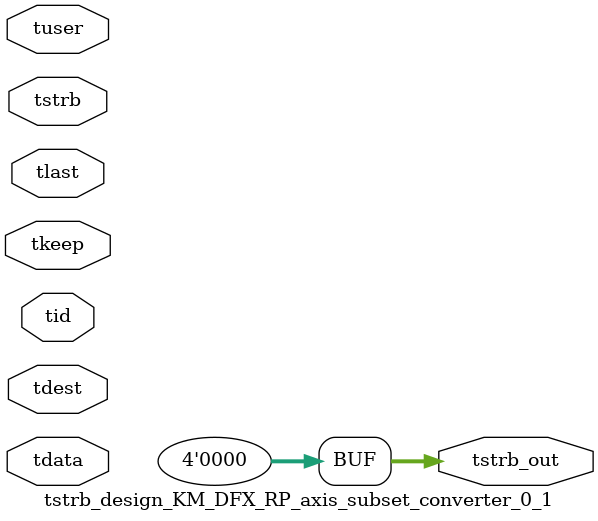
<source format=v>


`timescale 1ps/1ps

module tstrb_design_KM_DFX_RP_axis_subset_converter_0_1 #
(
parameter C_S_AXIS_TDATA_WIDTH = 32,
parameter C_S_AXIS_TUSER_WIDTH = 0,
parameter C_S_AXIS_TID_WIDTH   = 0,
parameter C_S_AXIS_TDEST_WIDTH = 0,
parameter C_M_AXIS_TDATA_WIDTH = 32
)
(
input  [(C_S_AXIS_TDATA_WIDTH == 0 ? 1 : C_S_AXIS_TDATA_WIDTH)-1:0     ] tdata,
input  [(C_S_AXIS_TUSER_WIDTH == 0 ? 1 : C_S_AXIS_TUSER_WIDTH)-1:0     ] tuser,
input  [(C_S_AXIS_TID_WIDTH   == 0 ? 1 : C_S_AXIS_TID_WIDTH)-1:0       ] tid,
input  [(C_S_AXIS_TDEST_WIDTH == 0 ? 1 : C_S_AXIS_TDEST_WIDTH)-1:0     ] tdest,
input  [(C_S_AXIS_TDATA_WIDTH/8)-1:0 ] tkeep,
input  [(C_S_AXIS_TDATA_WIDTH/8)-1:0 ] tstrb,
input                                                                    tlast,
output [(C_M_AXIS_TDATA_WIDTH/8)-1:0 ] tstrb_out
);

assign tstrb_out = {1'b0};

endmodule


</source>
